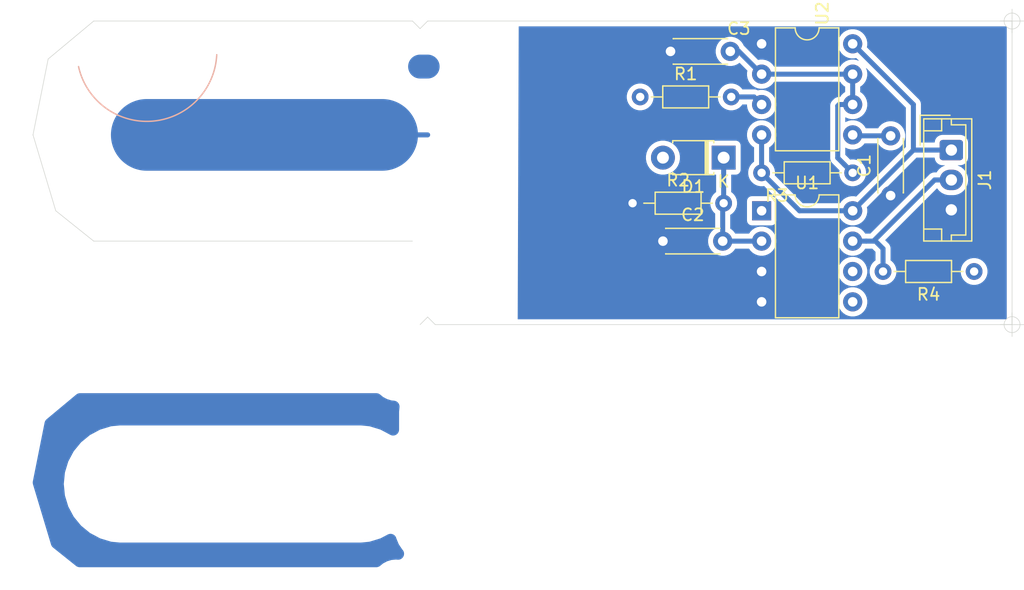
<source format=kicad_pcb>
(kicad_pcb (version 20171130) (host pcbnew "(5.1.5)-3")

  (general
    (thickness 1.6)
    (drawings 16)
    (tracks 33)
    (zones 0)
    (modules 11)
    (nets 9)
  )

  (page A4 portrait)
  (title_block
    (title "Bongo Soil Moisture Sensor")
    (rev 1.0)
    (company "Lapoulton (Pvt) Ltd")
  )

  (layers
    (0 F.Cu signal)
    (31 B.Cu signal)
    (33 F.Adhes user)
    (35 F.Paste user)
    (37 F.SilkS user)
    (38 B.Mask user)
    (39 F.Mask user)
    (40 Dwgs.User user)
    (41 Cmts.User user)
    (42 Eco1.User user)
    (43 Eco2.User user)
    (44 Edge.Cuts user)
    (45 Margin user)
    (46 B.CrtYd user)
    (47 F.CrtYd user)
    (49 F.Fab user)
  )

  (setup
    (last_trace_width 0.42)
    (user_trace_width 4)
    (trace_clearance 0.24)
    (zone_clearance 0.42)
    (zone_45_only no)
    (trace_min 0.2)
    (via_size 0.8)
    (via_drill 0.4)
    (via_min_size 0.4)
    (via_min_drill 0.3)
    (uvia_size 0.3)
    (uvia_drill 0.1)
    (uvias_allowed no)
    (uvia_min_size 0.2)
    (uvia_min_drill 0.1)
    (edge_width 0.05)
    (segment_width 0.2)
    (pcb_text_width 0.3)
    (pcb_text_size 1.5 1.5)
    (mod_edge_width 0.12)
    (mod_text_size 1 1)
    (mod_text_width 0.15)
    (pad_size 1.524 1.524)
    (pad_drill 0.762)
    (pad_to_mask_clearance 0.051)
    (solder_mask_min_width 0.25)
    (aux_axis_origin 30.48 50.8)
    (grid_origin 30.48 50.8)
    (visible_elements 7FFFF7FF)
    (pcbplotparams
      (layerselection 0x00000_fffffffe)
      (usegerberextensions false)
      (usegerberattributes true)
      (usegerberadvancedattributes false)
      (creategerberjobfile false)
      (excludeedgelayer true)
      (linewidth 0.100000)
      (plotframeref false)
      (viasonmask false)
      (mode 1)
      (useauxorigin true)
      (hpglpennumber 1)
      (hpglpenspeed 20)
      (hpglpendiameter 15.000000)
      (psnegative false)
      (psa4output false)
      (plotreference false)
      (plotvalue false)
      (plotinvisibletext false)
      (padsonsilk true)
      (subtractmaskfromsilk false)
      (outputformat 1)
      (mirror false)
      (drillshape 0)
      (scaleselection 1)
      (outputdirectory ""))
  )

  (net 0 "")
  (net 1 +3V3)
  (net 2 GND)
  (net 3 /1-Wire)
  (net 4 "Net-(R1-Pad2)")
  (net 5 /AOUT)
  (net 6 "Net-(C1-Pad2)")
  (net 7 "Net-(C3-Pad2)")
  (net 8 /COUT)

  (net_class Default "This is the default net class."
    (clearance 0.24)
    (trace_width 0.42)
    (via_dia 0.8)
    (via_drill 0.4)
    (uvia_dia 0.3)
    (uvia_drill 0.1)
    (add_net +3V3)
    (add_net /1-Wire)
    (add_net /AOUT)
    (add_net /COUT)
    (add_net "Net-(C1-Pad2)")
    (add_net "Net-(C3-Pad2)")
    (add_net "Net-(R1-Pad2)")
    (add_net "Net-(U1-Pad1)")
    (add_net "Net-(U1-Pad5)")
    (add_net "Net-(U1-Pad6)")
  )

  (net_class Ground ""
    (clearance 0.24)
    (trace_width 0.42)
    (via_dia 0.8)
    (via_drill 0.4)
    (uvia_dia 0.3)
    (uvia_drill 0.1)
    (add_net GND)
  )

  (module Resistor_THT:R_Axial_DIN0204_L3.6mm_D1.6mm_P7.62mm_Horizontal (layer F.Cu) (tedit 5AE5139B) (tstamp 606D509D)
    (at 109.22 53.34 180)
    (descr "Resistor, Axial_DIN0204 series, Axial, Horizontal, pin pitch=7.62mm, 0.167W, length*diameter=3.6*1.6mm^2, http://cdn-reichelt.de/documents/datenblatt/B400/1_4W%23YAG.pdf")
    (tags "Resistor Axial_DIN0204 series Axial Horizontal pin pitch 7.62mm 0.167W length 3.6mm diameter 1.6mm")
    (path /606C4CC8)
    (fp_text reference R4 (at 3.81 -1.92) (layer F.SilkS)
      (effects (font (size 1 1) (thickness 0.15)))
    )
    (fp_text value 4.7k (at 3.81 1.92) (layer F.Fab)
      (effects (font (size 1 1) (thickness 0.15)))
    )
    (fp_text user %R (at 3.81 0) (layer F.Fab)
      (effects (font (size 0.72 0.72) (thickness 0.108)))
    )
    (fp_line (start 8.57 -1.05) (end -0.95 -1.05) (layer F.CrtYd) (width 0.05))
    (fp_line (start 8.57 1.05) (end 8.57 -1.05) (layer F.CrtYd) (width 0.05))
    (fp_line (start -0.95 1.05) (end 8.57 1.05) (layer F.CrtYd) (width 0.05))
    (fp_line (start -0.95 -1.05) (end -0.95 1.05) (layer F.CrtYd) (width 0.05))
    (fp_line (start 6.68 0) (end 5.73 0) (layer F.SilkS) (width 0.12))
    (fp_line (start 0.94 0) (end 1.89 0) (layer F.SilkS) (width 0.12))
    (fp_line (start 5.73 -0.92) (end 1.89 -0.92) (layer F.SilkS) (width 0.12))
    (fp_line (start 5.73 0.92) (end 5.73 -0.92) (layer F.SilkS) (width 0.12))
    (fp_line (start 1.89 0.92) (end 5.73 0.92) (layer F.SilkS) (width 0.12))
    (fp_line (start 1.89 -0.92) (end 1.89 0.92) (layer F.SilkS) (width 0.12))
    (fp_line (start 7.62 0) (end 5.61 0) (layer F.Fab) (width 0.1))
    (fp_line (start 0 0) (end 2.01 0) (layer F.Fab) (width 0.1))
    (fp_line (start 5.61 -0.8) (end 2.01 -0.8) (layer F.Fab) (width 0.1))
    (fp_line (start 5.61 0.8) (end 5.61 -0.8) (layer F.Fab) (width 0.1))
    (fp_line (start 2.01 0.8) (end 5.61 0.8) (layer F.Fab) (width 0.1))
    (fp_line (start 2.01 -0.8) (end 2.01 0.8) (layer F.Fab) (width 0.1))
    (pad 2 thru_hole oval (at 7.62 0 180) (size 1.4 1.4) (drill 0.7) (layers *.Cu *.Mask)
      (net 3 /1-Wire))
    (pad 1 thru_hole circle (at 0 0 180) (size 1.4 1.4) (drill 0.7) (layers *.Cu *.Mask)
      (net 1 +3V3))
    (model ${KISYS3DMOD}/Resistor_THT.3dshapes/R_Axial_DIN0204_L3.6mm_D1.6mm_P7.62mm_Horizontal.wrl
      (at (xyz 0 0 0))
      (scale (xyz 1 1 1))
      (rotate (xyz 0 0 0))
    )
  )

  (module Diode_THT:D_T-1_P5.08mm_Horizontal (layer F.Cu) (tedit 5AE50CD5) (tstamp 5FEBAC89)
    (at 88.265 43.815 180)
    (descr "Diode, T-1 series, Axial, Horizontal, pin pitch=5.08mm, , length*diameter=3.2*2.6mm^2, , http://www.diodes.com/_files/packages/T-1.pdf")
    (tags "Diode T-1 series Axial Horizontal pin pitch 5.08mm  length 3.2mm diameter 2.6mm")
    (path /5FED762B)
    (fp_text reference D1 (at 2.54 -2.42) (layer F.SilkS)
      (effects (font (size 1 1) (thickness 0.15)))
    )
    (fp_text value D (at 2.54 2.42) (layer F.Fab)
      (effects (font (size 1 1) (thickness 0.15)))
    )
    (fp_text user K (at 0 -2) (layer F.SilkS)
      (effects (font (size 1 1) (thickness 0.15)))
    )
    (fp_text user K (at 0 -2) (layer F.Fab)
      (effects (font (size 1 1) (thickness 0.15)))
    )
    (fp_text user %R (at 2.78 0) (layer F.Fab)
      (effects (font (size 0.64 0.64) (thickness 0.096)))
    )
    (fp_line (start 6.33 -1.55) (end -1.25 -1.55) (layer F.CrtYd) (width 0.05))
    (fp_line (start 6.33 1.55) (end 6.33 -1.55) (layer F.CrtYd) (width 0.05))
    (fp_line (start -1.25 1.55) (end 6.33 1.55) (layer F.CrtYd) (width 0.05))
    (fp_line (start -1.25 -1.55) (end -1.25 1.55) (layer F.CrtYd) (width 0.05))
    (fp_line (start 1.3 -1.42) (end 1.3 1.42) (layer F.SilkS) (width 0.12))
    (fp_line (start 1.54 -1.42) (end 1.54 1.42) (layer F.SilkS) (width 0.12))
    (fp_line (start 1.42 -1.42) (end 1.42 1.42) (layer F.SilkS) (width 0.12))
    (fp_line (start 4.26 1.42) (end 4.26 1.24) (layer F.SilkS) (width 0.12))
    (fp_line (start 0.82 1.42) (end 4.26 1.42) (layer F.SilkS) (width 0.12))
    (fp_line (start 0.82 1.24) (end 0.82 1.42) (layer F.SilkS) (width 0.12))
    (fp_line (start 4.26 -1.42) (end 4.26 -1.24) (layer F.SilkS) (width 0.12))
    (fp_line (start 0.82 -1.42) (end 4.26 -1.42) (layer F.SilkS) (width 0.12))
    (fp_line (start 0.82 -1.24) (end 0.82 -1.42) (layer F.SilkS) (width 0.12))
    (fp_line (start 1.32 -1.3) (end 1.32 1.3) (layer F.Fab) (width 0.1))
    (fp_line (start 1.52 -1.3) (end 1.52 1.3) (layer F.Fab) (width 0.1))
    (fp_line (start 1.42 -1.3) (end 1.42 1.3) (layer F.Fab) (width 0.1))
    (fp_line (start 5.08 0) (end 4.14 0) (layer F.Fab) (width 0.1))
    (fp_line (start 0 0) (end 0.94 0) (layer F.Fab) (width 0.1))
    (fp_line (start 4.14 -1.3) (end 0.94 -1.3) (layer F.Fab) (width 0.1))
    (fp_line (start 4.14 1.3) (end 4.14 -1.3) (layer F.Fab) (width 0.1))
    (fp_line (start 0.94 1.3) (end 4.14 1.3) (layer F.Fab) (width 0.1))
    (fp_line (start 0.94 -1.3) (end 0.94 1.3) (layer F.Fab) (width 0.1))
    (pad 2 thru_hole oval (at 5.08 0 180) (size 2 2) (drill 1) (layers *.Cu *.Mask)
      (net 8 /COUT))
    (pad 1 thru_hole rect (at 0 0 180) (size 2 2) (drill 1) (layers *.Cu *.Mask)
      (net 5 /AOUT))
    (model ${KISYS3DMOD}/Diode_THT.3dshapes/D_T-1_P5.08mm_Horizontal.wrl
      (at (xyz 0 0 0))
      (scale (xyz 1 1 1))
      (rotate (xyz 0 0 0))
    )
  )

  (module Capacitor_THT:C_Disc_D4.3mm_W1.9mm_P5.00mm (layer F.Cu) (tedit 5AE50EF0) (tstamp 606CC555)
    (at 83.82 34.925)
    (descr "C, Disc series, Radial, pin pitch=5.00mm, , diameter*width=4.3*1.9mm^2, Capacitor, http://www.vishay.com/docs/45233/krseries.pdf")
    (tags "C Disc series Radial pin pitch 5.00mm  diameter 4.3mm width 1.9mm Capacitor")
    (path /60547F0B)
    (fp_text reference C3 (at 5.715 -1.905) (layer F.SilkS)
      (effects (font (size 1 1) (thickness 0.15)))
    )
    (fp_text value 330p (at 2.54 -1.905) (layer F.Fab)
      (effects (font (size 1 1) (thickness 0.15)))
    )
    (fp_line (start 0.35 -0.95) (end 0.35 0.95) (layer F.Fab) (width 0.1))
    (fp_line (start 0.35 0.95) (end 4.65 0.95) (layer F.Fab) (width 0.1))
    (fp_line (start 4.65 0.95) (end 4.65 -0.95) (layer F.Fab) (width 0.1))
    (fp_line (start 4.65 -0.95) (end 0.35 -0.95) (layer F.Fab) (width 0.1))
    (fp_line (start 0.23 -1.07) (end 4.77 -1.07) (layer F.SilkS) (width 0.12))
    (fp_line (start 0.23 1.07) (end 4.77 1.07) (layer F.SilkS) (width 0.12))
    (fp_line (start 0.23 -1.07) (end 0.23 -1.055) (layer F.SilkS) (width 0.12))
    (fp_line (start 0.23 1.055) (end 0.23 1.07) (layer F.SilkS) (width 0.12))
    (fp_line (start 4.77 -1.07) (end 4.77 -1.055) (layer F.SilkS) (width 0.12))
    (fp_line (start 4.77 1.055) (end 4.77 1.07) (layer F.SilkS) (width 0.12))
    (fp_line (start -1.05 -1.2) (end -1.05 1.2) (layer F.CrtYd) (width 0.05))
    (fp_line (start -1.05 1.2) (end 6.05 1.2) (layer F.CrtYd) (width 0.05))
    (fp_line (start 6.05 1.2) (end 6.05 -1.2) (layer F.CrtYd) (width 0.05))
    (fp_line (start 6.05 -1.2) (end -1.05 -1.2) (layer F.CrtYd) (width 0.05))
    (fp_text user %R (at 2.54 0) (layer F.Fab)
      (effects (font (size 0.86 0.86) (thickness 0.129)))
    )
    (pad 2 thru_hole circle (at 5 0) (size 1.6 1.6) (drill 0.8) (layers *.Cu *.Mask)
      (net 7 "Net-(C3-Pad2)"))
    (pad 1 thru_hole circle (at 0 0) (size 1.6 1.6) (drill 0.8) (layers *.Cu *.Mask)
      (net 2 GND))
    (model ${KISYS3DMOD}/Capacitor_THT.3dshapes/C_Disc_D4.3mm_W1.9mm_P5.00mm.wrl
      (at (xyz 0 0 0))
      (scale (xyz 1 1 1))
      (rotate (xyz 0 0 0))
    )
  )

  (module Package_DIP:DIP-8_W7.62mm (layer F.Cu) (tedit 5A02E8C5) (tstamp 5FEB9C54)
    (at 91.44 48.26)
    (descr "8-lead though-hole mounted DIP package, row spacing 7.62 mm (300 mils)")
    (tags "THT DIP DIL PDIP 2.54mm 7.62mm 300mil")
    (path /5FEB4BA0)
    (fp_text reference U1 (at 3.81 -2.33) (layer F.SilkS)
      (effects (font (size 1 1) (thickness 0.15)))
    )
    (fp_text value ATtiny85-20PU (at 3.81 5.08 -90) (layer F.Fab)
      (effects (font (size 1 1) (thickness 0.15)))
    )
    (fp_line (start 8.7 -1.55) (end -1.1 -1.55) (layer F.CrtYd) (width 0.05))
    (fp_line (start 8.7 9.15) (end 8.7 -1.55) (layer F.CrtYd) (width 0.05))
    (fp_line (start -1.1 9.15) (end 8.7 9.15) (layer F.CrtYd) (width 0.05))
    (fp_line (start -1.1 -1.55) (end -1.1 9.15) (layer F.CrtYd) (width 0.05))
    (fp_line (start 6.46 -1.33) (end 4.81 -1.33) (layer F.SilkS) (width 0.12))
    (fp_line (start 6.46 8.95) (end 6.46 -1.33) (layer F.SilkS) (width 0.12))
    (fp_line (start 1.16 8.95) (end 6.46 8.95) (layer F.SilkS) (width 0.12))
    (fp_line (start 1.16 -1.33) (end 1.16 8.95) (layer F.SilkS) (width 0.12))
    (fp_line (start 2.81 -1.33) (end 1.16 -1.33) (layer F.SilkS) (width 0.12))
    (fp_line (start 0.635 -0.27) (end 1.635 -1.27) (layer F.Fab) (width 0.1))
    (fp_line (start 0.635 8.89) (end 0.635 -0.27) (layer F.Fab) (width 0.1))
    (fp_line (start 6.985 8.89) (end 0.635 8.89) (layer F.Fab) (width 0.1))
    (fp_line (start 6.985 -1.27) (end 6.985 8.89) (layer F.Fab) (width 0.1))
    (fp_line (start 1.635 -1.27) (end 6.985 -1.27) (layer F.Fab) (width 0.1))
    (fp_arc (start 3.81 -1.33) (end 2.81 -1.33) (angle -180) (layer F.SilkS) (width 0.12))
    (pad 8 thru_hole oval (at 7.62 0) (size 1.6 1.6) (drill 0.8) (layers *.Cu *.Mask)
      (net 1 +3V3))
    (pad 4 thru_hole oval (at 0 7.62) (size 1.6 1.6) (drill 0.8) (layers *.Cu *.Mask)
      (net 2 GND))
    (pad 7 thru_hole oval (at 7.62 2.54) (size 1.6 1.6) (drill 0.8) (layers *.Cu *.Mask)
      (net 3 /1-Wire))
    (pad 3 thru_hole oval (at 0 5.08) (size 1.6 1.6) (drill 0.8) (layers *.Cu *.Mask)
      (net 2 GND))
    (pad 6 thru_hole oval (at 7.62 5.08) (size 1.6 1.6) (drill 0.8) (layers *.Cu *.Mask))
    (pad 2 thru_hole oval (at 0 2.54) (size 1.6 1.6) (drill 0.8) (layers *.Cu *.Mask)
      (net 5 /AOUT))
    (pad 5 thru_hole oval (at 7.62 7.62) (size 1.6 1.6) (drill 0.8) (layers *.Cu *.Mask))
    (pad 1 thru_hole rect (at 0 0) (size 1.6 1.6) (drill 0.8) (layers *.Cu *.Mask))
    (model ${KISYS3DMOD}/Package_DIP.3dshapes/DIP-8_W7.62mm.wrl
      (at (xyz 0 0 0))
      (scale (xyz 1 1 1))
      (rotate (xyz 0 0 0))
    )
  )

  (module Package_DIP:DIP-8_W7.62mm (layer F.Cu) (tedit 5A02E8C5) (tstamp 5FEB9FD8)
    (at 91.44 34.29)
    (descr "8-lead though-hole mounted DIP package, row spacing 7.62 mm (300 mils)")
    (tags "THT DIP DIL PDIP 2.54mm 7.62mm 300mil")
    (path /5FEB705B)
    (fp_text reference U2 (at 5.08 -2.54 -90) (layer F.SilkS)
      (effects (font (size 1 1) (thickness 0.15)))
    )
    (fp_text value TLC555CP (at 4.445 4.445 -90) (layer F.Fab)
      (effects (font (size 1 1) (thickness 0.15)))
    )
    (fp_line (start 8.7 -1.55) (end -1.1 -1.55) (layer F.CrtYd) (width 0.05))
    (fp_line (start 8.7 9.15) (end 8.7 -1.55) (layer F.CrtYd) (width 0.05))
    (fp_line (start -1.1 9.15) (end 8.7 9.15) (layer F.CrtYd) (width 0.05))
    (fp_line (start -1.1 -1.55) (end -1.1 9.15) (layer F.CrtYd) (width 0.05))
    (fp_line (start 6.46 -1.33) (end 4.81 -1.33) (layer F.SilkS) (width 0.12))
    (fp_line (start 6.46 8.95) (end 6.46 -1.33) (layer F.SilkS) (width 0.12))
    (fp_line (start 1.16 8.95) (end 6.46 8.95) (layer F.SilkS) (width 0.12))
    (fp_line (start 1.16 -1.33) (end 1.16 8.95) (layer F.SilkS) (width 0.12))
    (fp_line (start 2.81 -1.33) (end 1.16 -1.33) (layer F.SilkS) (width 0.12))
    (fp_line (start 0.635 -0.27) (end 1.635 -1.27) (layer F.Fab) (width 0.1))
    (fp_line (start 0.635 8.89) (end 0.635 -0.27) (layer F.Fab) (width 0.1))
    (fp_line (start 6.985 8.89) (end 0.635 8.89) (layer F.Fab) (width 0.1))
    (fp_line (start 6.985 -1.27) (end 6.985 8.89) (layer F.Fab) (width 0.1))
    (fp_line (start 1.635 -1.27) (end 6.985 -1.27) (layer F.Fab) (width 0.1))
    (fp_arc (start 3.81 -1.33) (end 2.81 -1.33) (angle -180) (layer F.SilkS) (width 0.12))
    (pad 8 thru_hole oval (at 7.62 0) (size 1.6 1.6) (drill 0.8) (layers *.Cu *.Mask)
      (net 1 +3V3))
    (pad 4 thru_hole oval (at 0 7.62) (size 1.6 1.6) (drill 0.8) (layers *.Cu *.Mask)
      (net 1 +3V3))
    (pad 7 thru_hole oval (at 7.62 2.54) (size 1.6 1.6) (drill 0.8) (layers *.Cu *.Mask)
      (net 7 "Net-(C3-Pad2)"))
    (pad 3 thru_hole oval (at 0 5.08) (size 1.6 1.6) (drill 0.8) (layers *.Cu *.Mask)
      (net 4 "Net-(R1-Pad2)"))
    (pad 6 thru_hole oval (at 7.62 5.08) (size 1.6 1.6) (drill 0.8) (layers *.Cu *.Mask)
      (net 7 "Net-(C3-Pad2)"))
    (pad 2 thru_hole oval (at 0 2.54) (size 1.6 1.6) (drill 0.8) (layers *.Cu *.Mask)
      (net 7 "Net-(C3-Pad2)"))
    (pad 5 thru_hole oval (at 7.62 7.62) (size 1.6 1.6) (drill 0.8) (layers *.Cu *.Mask)
      (net 6 "Net-(C1-Pad2)"))
    (pad 1 thru_hole rect (at 0 0) (size 1.6 1.6) (drill 0.8) (layers *.Cu *.Mask)
      (net 2 GND))
    (model ${KISYS3DMOD}/Package_DIP.3dshapes/DIP-8_W7.62mm.wrl
      (at (xyz 0 0 0))
      (scale (xyz 1 1 1))
      (rotate (xyz 0 0 0))
    )
  )

  (module Resistor_THT:R_Axial_DIN0204_L3.6mm_D1.6mm_P7.62mm_Horizontal (layer F.Cu) (tedit 5AE5139B) (tstamp 603266B7)
    (at 81.28 38.735)
    (descr "Resistor, Axial_DIN0204 series, Axial, Horizontal, pin pitch=7.62mm, 0.167W, length*diameter=3.6*1.6mm^2, http://cdn-reichelt.de/documents/datenblatt/B400/1_4W%23YAG.pdf")
    (tags "Resistor Axial_DIN0204 series Axial Horizontal pin pitch 7.62mm 0.167W length 3.6mm diameter 1.6mm")
    (path /5FED2E2E)
    (fp_text reference R1 (at 3.81 -1.92) (layer F.SilkS)
      (effects (font (size 1 1) (thickness 0.15)))
    )
    (fp_text value 10k (at 1.27 -1.905) (layer F.Fab)
      (effects (font (size 1 1) (thickness 0.15)))
    )
    (fp_line (start 2.01 -0.8) (end 2.01 0.8) (layer F.Fab) (width 0.1))
    (fp_line (start 2.01 0.8) (end 5.61 0.8) (layer F.Fab) (width 0.1))
    (fp_line (start 5.61 0.8) (end 5.61 -0.8) (layer F.Fab) (width 0.1))
    (fp_line (start 5.61 -0.8) (end 2.01 -0.8) (layer F.Fab) (width 0.1))
    (fp_line (start 0 0) (end 2.01 0) (layer F.Fab) (width 0.1))
    (fp_line (start 7.62 0) (end 5.61 0) (layer F.Fab) (width 0.1))
    (fp_line (start 1.89 -0.92) (end 1.89 0.92) (layer F.SilkS) (width 0.12))
    (fp_line (start 1.89 0.92) (end 5.73 0.92) (layer F.SilkS) (width 0.12))
    (fp_line (start 5.73 0.92) (end 5.73 -0.92) (layer F.SilkS) (width 0.12))
    (fp_line (start 5.73 -0.92) (end 1.89 -0.92) (layer F.SilkS) (width 0.12))
    (fp_line (start 0.94 0) (end 1.89 0) (layer F.SilkS) (width 0.12))
    (fp_line (start 6.68 0) (end 5.73 0) (layer F.SilkS) (width 0.12))
    (fp_line (start -0.95 -1.05) (end -0.95 1.05) (layer F.CrtYd) (width 0.05))
    (fp_line (start -0.95 1.05) (end 8.57 1.05) (layer F.CrtYd) (width 0.05))
    (fp_line (start 8.57 1.05) (end 8.57 -1.05) (layer F.CrtYd) (width 0.05))
    (fp_line (start 8.57 -1.05) (end -0.95 -1.05) (layer F.CrtYd) (width 0.05))
    (fp_text user %R (at 3.81 0) (layer F.Fab)
      (effects (font (size 0.72 0.72) (thickness 0.108)))
    )
    (pad 1 thru_hole circle (at 0 0) (size 1.4 1.4) (drill 0.7) (layers *.Cu *.Mask)
      (net 8 /COUT))
    (pad 2 thru_hole oval (at 7.62 0) (size 1.4 1.4) (drill 0.7) (layers *.Cu *.Mask)
      (net 4 "Net-(R1-Pad2)"))
    (model ${KISYS3DMOD}/Resistor_THT.3dshapes/R_Axial_DIN0204_L3.6mm_D1.6mm_P7.62mm_Horizontal.wrl
      (at (xyz 0 0 0))
      (scale (xyz 1 1 1))
      (rotate (xyz 0 0 0))
    )
  )

  (module Capacitor_THT:C_Disc_D4.3mm_W1.9mm_P5.00mm (layer F.Cu) (tedit 5AE50EF0) (tstamp 6047C404)
    (at 102.235 46.99 90)
    (descr "C, Disc series, Radial, pin pitch=5.00mm, , diameter*width=4.3*1.9mm^2, Capacitor, http://www.vishay.com/docs/45233/krseries.pdf")
    (tags "C Disc series Radial pin pitch 5.00mm  diameter 4.3mm width 1.9mm Capacitor")
    (path /60488260)
    (fp_text reference C1 (at 2.5 -2.2 90) (layer F.SilkS)
      (effects (font (size 1 1) (thickness 0.15)))
    )
    (fp_text value 10p (at 3.175 0 90) (layer F.Fab)
      (effects (font (size 1 1) (thickness 0.15)))
    )
    (fp_line (start 0.35 -0.95) (end 0.35 0.95) (layer F.Fab) (width 0.1))
    (fp_line (start 0.35 0.95) (end 4.65 0.95) (layer F.Fab) (width 0.1))
    (fp_line (start 4.65 0.95) (end 4.65 -0.95) (layer F.Fab) (width 0.1))
    (fp_line (start 4.65 -0.95) (end 0.35 -0.95) (layer F.Fab) (width 0.1))
    (fp_line (start 0.23 -1.07) (end 4.77 -1.07) (layer F.SilkS) (width 0.12))
    (fp_line (start 0.23 1.07) (end 4.77 1.07) (layer F.SilkS) (width 0.12))
    (fp_line (start 0.23 -1.07) (end 0.23 -1.055) (layer F.SilkS) (width 0.12))
    (fp_line (start 0.23 1.055) (end 0.23 1.07) (layer F.SilkS) (width 0.12))
    (fp_line (start 4.77 -1.07) (end 4.77 -1.055) (layer F.SilkS) (width 0.12))
    (fp_line (start 4.77 1.055) (end 4.77 1.07) (layer F.SilkS) (width 0.12))
    (fp_line (start -1.05 -1.2) (end -1.05 1.2) (layer F.CrtYd) (width 0.05))
    (fp_line (start -1.05 1.2) (end 6.05 1.2) (layer F.CrtYd) (width 0.05))
    (fp_line (start 6.05 1.2) (end 6.05 -1.2) (layer F.CrtYd) (width 0.05))
    (fp_line (start 6.05 -1.2) (end -1.05 -1.2) (layer F.CrtYd) (width 0.05))
    (pad 2 thru_hole circle (at 5 0 90) (size 1.6 1.6) (drill 0.8) (layers *.Cu *.Mask)
      (net 6 "Net-(C1-Pad2)"))
    (pad 1 thru_hole circle (at 0 0 90) (size 1.6 1.6) (drill 0.8) (layers *.Cu *.Mask)
      (net 2 GND))
    (model ${KISYS3DMOD}/Capacitor_THT.3dshapes/C_Disc_D4.3mm_W1.9mm_P5.00mm.wrl
      (at (xyz 0 0 0))
      (scale (xyz 1 1 1))
      (rotate (xyz 0 0 0))
    )
  )

  (module Resistor_THT:R_Axial_DIN0204_L3.6mm_D1.6mm_P7.62mm_Horizontal (layer F.Cu) (tedit 5AE5139B) (tstamp 603267B6)
    (at 91.44 45.085)
    (descr "Resistor, Axial_DIN0204 series, Axial, Horizontal, pin pitch=7.62mm, 0.167W, length*diameter=3.6*1.6mm^2, http://cdn-reichelt.de/documents/datenblatt/B400/1_4W%23YAG.pdf")
    (tags "Resistor Axial_DIN0204 series Axial Horizontal pin pitch 7.62mm 0.167W length 3.6mm diameter 1.6mm")
    (path /5FED0FAB)
    (fp_text reference R3 (at 1.27 1.905) (layer F.SilkS)
      (effects (font (size 1 1) (thickness 0.15)))
    )
    (fp_text value 330 (at 3.81 1.92) (layer F.Fab)
      (effects (font (size 1 1) (thickness 0.15)))
    )
    (fp_line (start 8.57 -1.05) (end -0.95 -1.05) (layer F.CrtYd) (width 0.05))
    (fp_line (start 8.57 1.05) (end 8.57 -1.05) (layer F.CrtYd) (width 0.05))
    (fp_line (start -0.95 1.05) (end 8.57 1.05) (layer F.CrtYd) (width 0.05))
    (fp_line (start -0.95 -1.05) (end -0.95 1.05) (layer F.CrtYd) (width 0.05))
    (fp_line (start 6.68 0) (end 5.73 0) (layer F.SilkS) (width 0.12))
    (fp_line (start 0.94 0) (end 1.89 0) (layer F.SilkS) (width 0.12))
    (fp_line (start 5.73 -0.92) (end 1.89 -0.92) (layer F.SilkS) (width 0.12))
    (fp_line (start 5.73 0.92) (end 5.73 -0.92) (layer F.SilkS) (width 0.12))
    (fp_line (start 1.89 0.92) (end 5.73 0.92) (layer F.SilkS) (width 0.12))
    (fp_line (start 1.89 -0.92) (end 1.89 0.92) (layer F.SilkS) (width 0.12))
    (fp_line (start 7.62 0) (end 5.61 0) (layer F.Fab) (width 0.1))
    (fp_line (start 0 0) (end 2.01 0) (layer F.Fab) (width 0.1))
    (fp_line (start 5.61 -0.8) (end 2.01 -0.8) (layer F.Fab) (width 0.1))
    (fp_line (start 5.61 0.8) (end 5.61 -0.8) (layer F.Fab) (width 0.1))
    (fp_line (start 2.01 0.8) (end 5.61 0.8) (layer F.Fab) (width 0.1))
    (fp_line (start 2.01 -0.8) (end 2.01 0.8) (layer F.Fab) (width 0.1))
    (fp_text user %R (at 3.81 0) (layer F.Fab)
      (effects (font (size 0.72 0.72) (thickness 0.108)))
    )
    (pad 2 thru_hole oval (at 7.62 0) (size 1.4 1.4) (drill 0.7) (layers *.Cu *.Mask)
      (net 7 "Net-(C3-Pad2)"))
    (pad 1 thru_hole circle (at 0 0) (size 1.4 1.4) (drill 0.7) (layers *.Cu *.Mask)
      (net 1 +3V3))
    (model ${KISYS3DMOD}/Resistor_THT.3dshapes/R_Axial_DIN0204_L3.6mm_D1.6mm_P7.62mm_Horizontal.wrl
      (at (xyz 0 0 0))
      (scale (xyz 1 1 1))
      (rotate (xyz 0 0 0))
    )
  )

  (module Resistor_THT:R_Axial_DIN0204_L3.6mm_D1.6mm_P7.62mm_Horizontal (layer F.Cu) (tedit 5AE5139B) (tstamp 60054A1E)
    (at 80.645 47.625)
    (descr "Resistor, Axial_DIN0204 series, Axial, Horizontal, pin pitch=7.62mm, 0.167W, length*diameter=3.6*1.6mm^2, http://cdn-reichelt.de/documents/datenblatt/B400/1_4W%23YAG.pdf")
    (tags "Resistor Axial_DIN0204 series Axial Horizontal pin pitch 7.62mm 0.167W length 3.6mm diameter 1.6mm")
    (path /5FEDEBD3)
    (fp_text reference R2 (at 3.81 -1.92) (layer F.SilkS)
      (effects (font (size 1 1) (thickness 0.15)))
    )
    (fp_text value 1m (at 3.81 1.92) (layer F.Fab)
      (effects (font (size 1 1) (thickness 0.15)))
    )
    (fp_line (start 8.57 -1.05) (end -0.95 -1.05) (layer F.CrtYd) (width 0.05))
    (fp_line (start 8.57 1.05) (end 8.57 -1.05) (layer F.CrtYd) (width 0.05))
    (fp_line (start -0.95 1.05) (end 8.57 1.05) (layer F.CrtYd) (width 0.05))
    (fp_line (start -0.95 -1.05) (end -0.95 1.05) (layer F.CrtYd) (width 0.05))
    (fp_line (start 6.68 0) (end 5.73 0) (layer F.SilkS) (width 0.12))
    (fp_line (start 0.94 0) (end 1.89 0) (layer F.SilkS) (width 0.12))
    (fp_line (start 5.73 -0.92) (end 1.89 -0.92) (layer F.SilkS) (width 0.12))
    (fp_line (start 5.73 0.92) (end 5.73 -0.92) (layer F.SilkS) (width 0.12))
    (fp_line (start 1.89 0.92) (end 5.73 0.92) (layer F.SilkS) (width 0.12))
    (fp_line (start 1.89 -0.92) (end 1.89 0.92) (layer F.SilkS) (width 0.12))
    (fp_line (start 7.62 0) (end 5.61 0) (layer F.Fab) (width 0.1))
    (fp_line (start 0 0) (end 2.01 0) (layer F.Fab) (width 0.1))
    (fp_line (start 5.61 -0.8) (end 2.01 -0.8) (layer F.Fab) (width 0.1))
    (fp_line (start 5.61 0.8) (end 5.61 -0.8) (layer F.Fab) (width 0.1))
    (fp_line (start 2.01 0.8) (end 5.61 0.8) (layer F.Fab) (width 0.1))
    (fp_line (start 2.01 -0.8) (end 2.01 0.8) (layer F.Fab) (width 0.1))
    (fp_text user %R (at 3.175 0) (layer F.Fab)
      (effects (font (size 0.72 0.72) (thickness 0.108)))
    )
    (pad 2 thru_hole oval (at 7.62 0) (size 1.4 1.4) (drill 0.7) (layers *.Cu *.Mask)
      (net 5 /AOUT))
    (pad 1 thru_hole circle (at 0 0) (size 1.4 1.4) (drill 0.7) (layers *.Cu *.Mask)
      (net 2 GND))
    (model ${KISYS3DMOD}/Resistor_THT.3dshapes/R_Axial_DIN0204_L3.6mm_D1.6mm_P7.62mm_Horizontal.wrl
      (at (xyz 0 0 0))
      (scale (xyz 1 1 1))
      (rotate (xyz 0 0 0))
    )
  )

  (module Capacitor_THT:C_Disc_D4.3mm_W1.9mm_P5.00mm (layer F.Cu) (tedit 5AE50EF0) (tstamp 606CC872)
    (at 83.185 50.8)
    (descr "C, Disc series, Radial, pin pitch=5.00mm, , diameter*width=4.3*1.9mm^2, Capacitor, http://www.vishay.com/docs/45233/krseries.pdf")
    (tags "C Disc series Radial pin pitch 5.00mm  diameter 4.3mm width 1.9mm Capacitor")
    (path /5FEE0E3A)
    (fp_text reference C2 (at 2.5 -2.2) (layer F.SilkS)
      (effects (font (size 1 1) (thickness 0.15)))
    )
    (fp_text value 1n (at 2.5 2.2) (layer F.Fab)
      (effects (font (size 1 1) (thickness 0.15)))
    )
    (fp_line (start 6.05 -1.2) (end -1.05 -1.2) (layer F.CrtYd) (width 0.05))
    (fp_line (start 6.05 1.2) (end 6.05 -1.2) (layer F.CrtYd) (width 0.05))
    (fp_line (start -1.05 1.2) (end 6.05 1.2) (layer F.CrtYd) (width 0.05))
    (fp_line (start -1.05 -1.2) (end -1.05 1.2) (layer F.CrtYd) (width 0.05))
    (fp_line (start 4.77 1.055) (end 4.77 1.07) (layer F.SilkS) (width 0.12))
    (fp_line (start 4.77 -1.07) (end 4.77 -1.055) (layer F.SilkS) (width 0.12))
    (fp_line (start 0.23 1.055) (end 0.23 1.07) (layer F.SilkS) (width 0.12))
    (fp_line (start 0.23 -1.07) (end 0.23 -1.055) (layer F.SilkS) (width 0.12))
    (fp_line (start 0.23 1.07) (end 4.77 1.07) (layer F.SilkS) (width 0.12))
    (fp_line (start 0.23 -1.07) (end 4.77 -1.07) (layer F.SilkS) (width 0.12))
    (fp_line (start 4.65 -0.95) (end 0.35 -0.95) (layer F.Fab) (width 0.1))
    (fp_line (start 4.65 0.95) (end 4.65 -0.95) (layer F.Fab) (width 0.1))
    (fp_line (start 0.35 0.95) (end 4.65 0.95) (layer F.Fab) (width 0.1))
    (fp_line (start 0.35 -0.95) (end 0.35 0.95) (layer F.Fab) (width 0.1))
    (pad 2 thru_hole circle (at 5 0) (size 1.6 1.6) (drill 0.8) (layers *.Cu *.Mask)
      (net 5 /AOUT))
    (pad 1 thru_hole circle (at 0 0) (size 1.6 1.6) (drill 0.8) (layers *.Cu *.Mask)
      (net 2 GND))
    (model ${KISYS3DMOD}/Capacitor_THT.3dshapes/C_Disc_D4.3mm_W1.9mm_P5.00mm.wrl
      (at (xyz 0 0 0))
      (scale (xyz 1 1 1))
      (rotate (xyz 0 0 0))
    )
  )

  (module Connector_JST:JST_EH_B3B-EH-A_1x03_P2.50mm_Vertical (layer F.Cu) (tedit 5C28142C) (tstamp 5FEBA14A)
    (at 107.315 43.18 270)
    (descr "JST EH series connector, B3B-EH-A (http://www.jst-mfg.com/product/pdf/eng/eEH.pdf), generated with kicad-footprint-generator")
    (tags "connector JST EH vertical")
    (path /5FEBB2A4)
    (fp_text reference J1 (at 2.5 -2.8 90) (layer F.SilkS)
      (effects (font (size 1 1) (thickness 0.15)))
    )
    (fp_text value Screw_Terminal_01x03 (at 1.905 3.81 90) (layer F.Fab) hide
      (effects (font (size 1 1) (thickness 0.15)))
    )
    (fp_line (start -2.91 2.61) (end -0.41 2.61) (layer F.Fab) (width 0.1))
    (fp_line (start -2.91 0.11) (end -2.91 2.61) (layer F.Fab) (width 0.1))
    (fp_line (start -2.91 2.61) (end -0.41 2.61) (layer F.SilkS) (width 0.12))
    (fp_line (start -2.91 0.11) (end -2.91 2.61) (layer F.SilkS) (width 0.12))
    (fp_line (start 6.61 0.81) (end 6.61 2.31) (layer F.SilkS) (width 0.12))
    (fp_line (start 7.61 0.81) (end 6.61 0.81) (layer F.SilkS) (width 0.12))
    (fp_line (start -1.61 0.81) (end -1.61 2.31) (layer F.SilkS) (width 0.12))
    (fp_line (start -2.61 0.81) (end -1.61 0.81) (layer F.SilkS) (width 0.12))
    (fp_line (start 7.11 0) (end 7.61 0) (layer F.SilkS) (width 0.12))
    (fp_line (start 7.11 -1.21) (end 7.11 0) (layer F.SilkS) (width 0.12))
    (fp_line (start -2.11 -1.21) (end 7.11 -1.21) (layer F.SilkS) (width 0.12))
    (fp_line (start -2.11 0) (end -2.11 -1.21) (layer F.SilkS) (width 0.12))
    (fp_line (start -2.61 0) (end -2.11 0) (layer F.SilkS) (width 0.12))
    (fp_line (start 7.61 -1.71) (end -2.61 -1.71) (layer F.SilkS) (width 0.12))
    (fp_line (start 7.61 2.31) (end 7.61 -1.71) (layer F.SilkS) (width 0.12))
    (fp_line (start -2.61 2.31) (end 7.61 2.31) (layer F.SilkS) (width 0.12))
    (fp_line (start -2.61 -1.71) (end -2.61 2.31) (layer F.SilkS) (width 0.12))
    (fp_line (start 8 -2.1) (end -3 -2.1) (layer F.CrtYd) (width 0.05))
    (fp_line (start 8 2.7) (end 8 -2.1) (layer F.CrtYd) (width 0.05))
    (fp_line (start -3 2.7) (end 8 2.7) (layer F.CrtYd) (width 0.05))
    (fp_line (start -3 -2.1) (end -3 2.7) (layer F.CrtYd) (width 0.05))
    (fp_line (start 7.5 -1.6) (end -2.5 -1.6) (layer F.Fab) (width 0.1))
    (fp_line (start 7.5 2.2) (end 7.5 -1.6) (layer F.Fab) (width 0.1))
    (fp_line (start -2.5 2.2) (end 7.5 2.2) (layer F.Fab) (width 0.1))
    (fp_line (start -2.5 -1.6) (end -2.5 2.2) (layer F.Fab) (width 0.1))
    (fp_text user %R (at 2.5 1.5 90) (layer F.Fab)
      (effects (font (size 1 1) (thickness 0.15)))
    )
    (pad 3 thru_hole oval (at 5 0 270) (size 1.7 1.95) (drill 0.95) (layers *.Cu *.Mask)
      (net 2 GND))
    (pad 2 thru_hole oval (at 2.5 0 270) (size 1.7 1.95) (drill 0.95) (layers *.Cu *.Mask)
      (net 3 /1-Wire))
    (pad 1 thru_hole roundrect (at 0 0 270) (size 1.7 1.95) (drill 0.95) (layers *.Cu *.Mask) (roundrect_rratio 0.1470588235294118)
      (net 1 +3V3))
    (model ${KISYS3DMOD}/Connector_JST.3dshapes/JST_EH_B3B-EH-A_1x03_P2.50mm_Vertical.wrl
      (at (xyz 0 0 0))
      (scale (xyz 1 1 1))
      (rotate (xyz 0 0 0))
    )
  )

  (gr_line (start 112.395 57.785) (end 112.395 32.385) (layer Edge.Cuts) (width 0.05) (tstamp 606DD219))
  (gr_line (start 64.135 57.785) (end 112.395 57.785) (layer Edge.Cuts) (width 0.05))
  (gr_line (start 63.5 57.15) (end 64.135 57.785) (layer Edge.Cuts) (width 0.05))
  (gr_line (start 62.865 57.785) (end 63.5 57.15) (layer Edge.Cuts) (width 0.05))
  (gr_line (start 35.56 50.8) (end 62.23 50.8) (layer Edge.Cuts) (width 0.05))
  (gr_line (start 32.385 48.26) (end 35.56 50.8) (layer Edge.Cuts) (width 0.05))
  (gr_line (start 30.48 41.91) (end 32.385 48.26) (layer Edge.Cuts) (width 0.05))
  (gr_line (start 31.75 35.56) (end 30.48 41.91) (layer Edge.Cuts) (width 0.05))
  (gr_line (start 35.56 32.385) (end 31.75 35.56) (layer Edge.Cuts) (width 0.05))
  (gr_line (start 62.23 32.385) (end 35.56 32.385) (layer Edge.Cuts) (width 0.05))
  (gr_line (start 62.865 33.02) (end 62.23 32.385) (layer Edge.Cuts) (width 0.05))
  (gr_line (start 63.5 32.385) (end 62.865 33.02) (layer Edge.Cuts) (width 0.05))
  (gr_line (start 112.395 32.385) (end 63.5 32.385) (layer Edge.Cuts) (width 0.05))
  (gr_arc (start 40.005 34.925) (end 34.290001 36.194999) (angle -164.7448813) (layer B.SilkS) (width 0.12))
  (target plus (at 112.395 57.785) (size 2) (width 0.05) (layer Edge.Cuts) (tstamp 606584CD))
  (target plus (at 112.395 32.385) (size 2) (width 0.05) (layer Edge.Cuts) (tstamp 606584CC))

  (segment (start 91.44 45.085) (end 91.44 41.91) (width 0.42) (layer B.Cu) (net 1))
  (segment (start 104.14 43.18) (end 99.06 48.26) (width 0.42) (layer B.Cu) (net 1))
  (segment (start 107.315 43.18) (end 104.14 43.18) (width 0.42) (layer B.Cu) (net 1))
  (segment (start 94.615 48.26) (end 91.44 45.085) (width 0.42) (layer B.Cu) (net 1))
  (segment (start 99.06 48.26) (end 94.615 48.26) (width 0.42) (layer B.Cu) (net 1))
  (segment (start 104.14 39.37) (end 104.14 43.18) (width 0.42) (layer B.Cu) (net 1))
  (segment (start 99.06 34.29) (end 104.14 39.37) (width 0.42) (layer B.Cu) (net 1))
  (segment (start 63.5 36.195) (end 62.865 36.195) (width 2) (layer B.Cu) (net 2))
  (segment (start 100.19137 50.8) (end 99.06 50.8) (width 0.42) (layer B.Cu) (net 3))
  (segment (start 100.8 50.8) (end 100.19137 50.8) (width 0.42) (layer B.Cu) (net 3))
  (segment (start 105.92 45.68) (end 100.8 50.8) (width 0.42) (layer B.Cu) (net 3))
  (segment (start 107.315 45.68) (end 105.92 45.68) (width 0.42) (layer B.Cu) (net 3))
  (segment (start 101.6 53.34) (end 101.6 51.435) (width 0.42) (layer B.Cu) (net 3))
  (segment (start 101.6 51.435) (end 100.965 50.8) (width 0.42) (layer B.Cu) (net 3))
  (segment (start 90.805 38.735) (end 91.44 39.37) (width 0.42) (layer B.Cu) (net 4))
  (segment (start 88.9 38.735) (end 90.805 38.735) (width 0.42) (layer B.Cu) (net 4))
  (segment (start 40 41.91) (end 59.69 41.91) (width 6) (layer B.Cu) (net 5))
  (segment (start 63.5 41.91) (end 59.69 41.91) (width 0.42) (layer B.Cu) (net 5))
  (segment (start 91.44 50.8) (end 88.185 50.8) (width 0.42) (layer B.Cu) (net 5))
  (segment (start 88.185 47.705) (end 88.265 47.625) (width 0.42) (layer B.Cu) (net 5))
  (segment (start 88.185 50.8) (end 88.185 47.705) (width 0.42) (layer B.Cu) (net 5))
  (segment (start 88.265 47.625) (end 88.265 43.815) (width 0.42) (layer B.Cu) (net 5))
  (segment (start 99.14 41.99) (end 99.06 41.91) (width 0.42) (layer B.Cu) (net 6))
  (segment (start 102.235 41.99) (end 99.14 41.99) (width 0.42) (layer B.Cu) (net 6))
  (segment (start 89.535 34.925) (end 91.44 36.83) (width 0.42) (layer B.Cu) (net 7))
  (segment (start 88.82 34.925) (end 89.535 34.925) (width 0.42) (layer B.Cu) (net 7))
  (segment (start 91.44 36.83) (end 99.06 36.83) (width 0.42) (layer B.Cu) (net 7))
  (segment (start 99.06 36.83) (end 99.06 39.37) (width 0.42) (layer B.Cu) (net 7))
  (segment (start 98.360001 44.385001) (end 99.06 45.085) (width 0.42) (layer B.Cu) (net 7))
  (segment (start 97.809999 43.834999) (end 98.360001 44.385001) (width 0.42) (layer B.Cu) (net 7))
  (segment (start 97.92863 39.37) (end 97.809999 39.488631) (width 0.42) (layer B.Cu) (net 7))
  (segment (start 97.809999 39.488631) (end 97.809999 43.834999) (width 0.42) (layer B.Cu) (net 7))
  (segment (start 99.06 39.37) (end 97.92863 39.37) (width 0.42) (layer B.Cu) (net 7))

  (zone (net 2) (net_name GND) (layer B.Cu) (tstamp 606EE02D) (hatch edge 0.508)
    (connect_pads yes (clearance 0.42))
    (min_thickness 0.03)
    (fill yes (arc_segments 32) (thermal_gap 0.1) (thermal_bridge_width 0.3))
    (polygon
      (pts
        (xy 113.03 32.385) (xy 71.12 32.385) (xy 71.030321 58.42) (xy 112.940321 58.42)
      )
    )
    (filled_polygon
      (pts
        (xy 111.935 57.325) (xy 71.049093 57.325) (xy 71.054489 55.758363) (xy 97.825 55.758363) (xy 97.825 56.001637)
        (xy 97.87246 56.240236) (xy 97.965557 56.464992) (xy 98.100713 56.667267) (xy 98.272733 56.839287) (xy 98.475008 56.974443)
        (xy 98.699764 57.06754) (xy 98.938363 57.115) (xy 99.181637 57.115) (xy 99.420236 57.06754) (xy 99.644992 56.974443)
        (xy 99.847267 56.839287) (xy 100.019287 56.667267) (xy 100.154443 56.464992) (xy 100.24754 56.240236) (xy 100.295 56.001637)
        (xy 100.295 55.758363) (xy 100.24754 55.519764) (xy 100.154443 55.295008) (xy 100.019287 55.092733) (xy 99.847267 54.920713)
        (xy 99.644992 54.785557) (xy 99.420236 54.69246) (xy 99.181637 54.645) (xy 98.938363 54.645) (xy 98.699764 54.69246)
        (xy 98.475008 54.785557) (xy 98.272733 54.920713) (xy 98.100713 55.092733) (xy 97.965557 55.295008) (xy 97.87246 55.519764)
        (xy 97.825 55.758363) (xy 71.054489 55.758363) (xy 71.063238 53.218363) (xy 97.825 53.218363) (xy 97.825 53.461637)
        (xy 97.87246 53.700236) (xy 97.965557 53.924992) (xy 98.100713 54.127267) (xy 98.272733 54.299287) (xy 98.475008 54.434443)
        (xy 98.699764 54.52754) (xy 98.938363 54.575) (xy 99.181637 54.575) (xy 99.420236 54.52754) (xy 99.644992 54.434443)
        (xy 99.847267 54.299287) (xy 100.019287 54.127267) (xy 100.154443 53.924992) (xy 100.24754 53.700236) (xy 100.295 53.461637)
        (xy 100.295 53.218363) (xy 100.24754 52.979764) (xy 100.154443 52.755008) (xy 100.019287 52.552733) (xy 99.847267 52.380713)
        (xy 99.644992 52.245557) (xy 99.420236 52.15246) (xy 99.181637 52.105) (xy 98.938363 52.105) (xy 98.699764 52.15246)
        (xy 98.475008 52.245557) (xy 98.272733 52.380713) (xy 98.100713 52.552733) (xy 97.965557 52.755008) (xy 97.87246 52.979764)
        (xy 97.825 53.218363) (xy 71.063238 53.218363) (xy 71.096115 43.673665) (xy 81.75 43.673665) (xy 81.75 43.956335)
        (xy 81.805147 44.233574) (xy 81.91332 44.494727) (xy 82.070363 44.729759) (xy 82.270241 44.929637) (xy 82.505273 45.08668)
        (xy 82.766426 45.194853) (xy 83.043665 45.25) (xy 83.326335 45.25) (xy 83.603574 45.194853) (xy 83.864727 45.08668)
        (xy 84.099759 44.929637) (xy 84.299637 44.729759) (xy 84.45668 44.494727) (xy 84.564853 44.233574) (xy 84.62 43.956335)
        (xy 84.62 43.673665) (xy 84.564853 43.396426) (xy 84.45668 43.135273) (xy 84.299637 42.900241) (xy 84.214396 42.815)
        (xy 86.827896 42.815) (xy 86.827896 44.815) (xy 86.836295 44.900275) (xy 86.861169 44.982272) (xy 86.901561 45.057842)
        (xy 86.955921 45.124079) (xy 87.022158 45.178439) (xy 87.097728 45.218831) (xy 87.179725 45.243705) (xy 87.265 45.252104)
        (xy 87.620001 45.252104) (xy 87.62 46.690922) (xy 87.54148 46.743388) (xy 87.383388 46.90148) (xy 87.259176 47.087376)
        (xy 87.173617 47.293933) (xy 87.13 47.513212) (xy 87.13 47.736788) (xy 87.173617 47.956067) (xy 87.259176 48.162624)
        (xy 87.383388 48.34852) (xy 87.540001 48.505133) (xy 87.54 49.745653) (xy 87.397733 49.840713) (xy 87.225713 50.012733)
        (xy 87.090557 50.215008) (xy 86.99746 50.439764) (xy 86.95 50.678363) (xy 86.95 50.921637) (xy 86.99746 51.160236)
        (xy 87.090557 51.384992) (xy 87.225713 51.587267) (xy 87.397733 51.759287) (xy 87.600008 51.894443) (xy 87.824764 51.98754)
        (xy 88.063363 52.035) (xy 88.306637 52.035) (xy 88.545236 51.98754) (xy 88.769992 51.894443) (xy 88.972267 51.759287)
        (xy 89.144287 51.587267) (xy 89.239347 51.445) (xy 90.385653 51.445) (xy 90.480713 51.587267) (xy 90.652733 51.759287)
        (xy 90.855008 51.894443) (xy 91.079764 51.98754) (xy 91.318363 52.035) (xy 91.561637 52.035) (xy 91.800236 51.98754)
        (xy 92.024992 51.894443) (xy 92.227267 51.759287) (xy 92.399287 51.587267) (xy 92.534443 51.384992) (xy 92.62754 51.160236)
        (xy 92.675 50.921637) (xy 92.675 50.678363) (xy 92.62754 50.439764) (xy 92.534443 50.215008) (xy 92.399287 50.012733)
        (xy 92.227267 49.840713) (xy 92.024992 49.705557) (xy 91.800236 49.61246) (xy 91.561637 49.565) (xy 91.318363 49.565)
        (xy 91.079764 49.61246) (xy 90.855008 49.705557) (xy 90.652733 49.840713) (xy 90.480713 50.012733) (xy 90.385653 50.155)
        (xy 89.239347 50.155) (xy 89.144287 50.012733) (xy 88.972267 49.840713) (xy 88.83 49.745653) (xy 88.83 48.612532)
        (xy 88.98852 48.506612) (xy 89.146612 48.34852) (xy 89.270824 48.162624) (xy 89.356383 47.956067) (xy 89.4 47.736788)
        (xy 89.4 47.513212) (xy 89.389416 47.46) (xy 90.202896 47.46) (xy 90.202896 49.06) (xy 90.211295 49.145275)
        (xy 90.236169 49.227272) (xy 90.276561 49.302842) (xy 90.330921 49.369079) (xy 90.397158 49.423439) (xy 90.472728 49.463831)
        (xy 90.554725 49.488705) (xy 90.64 49.497104) (xy 92.24 49.497104) (xy 92.325275 49.488705) (xy 92.407272 49.463831)
        (xy 92.482842 49.423439) (xy 92.549079 49.369079) (xy 92.603439 49.302842) (xy 92.643831 49.227272) (xy 92.668705 49.145275)
        (xy 92.677104 49.06) (xy 92.677104 47.46) (xy 92.668705 47.374725) (xy 92.643831 47.292728) (xy 92.603439 47.217158)
        (xy 92.549079 47.150921) (xy 92.482842 47.096561) (xy 92.407272 47.056169) (xy 92.325275 47.031295) (xy 92.24 47.022896)
        (xy 90.64 47.022896) (xy 90.554725 47.031295) (xy 90.472728 47.056169) (xy 90.397158 47.096561) (xy 90.330921 47.150921)
        (xy 90.276561 47.217158) (xy 90.236169 47.292728) (xy 90.211295 47.374725) (xy 90.202896 47.46) (xy 89.389416 47.46)
        (xy 89.356383 47.293933) (xy 89.270824 47.087376) (xy 89.146612 46.90148) (xy 88.98852 46.743388) (xy 88.91 46.690923)
        (xy 88.91 45.252104) (xy 89.265 45.252104) (xy 89.350275 45.243705) (xy 89.432272 45.218831) (xy 89.507842 45.178439)
        (xy 89.574079 45.124079) (xy 89.628439 45.057842) (xy 89.668831 44.982272) (xy 89.693705 44.900275) (xy 89.702104 44.815)
        (xy 89.702104 42.815) (xy 89.693705 42.729725) (xy 89.668831 42.647728) (xy 89.628439 42.572158) (xy 89.574079 42.505921)
        (xy 89.507842 42.451561) (xy 89.432272 42.411169) (xy 89.350275 42.386295) (xy 89.265 42.377896) (xy 87.265 42.377896)
        (xy 87.179725 42.386295) (xy 87.097728 42.411169) (xy 87.022158 42.451561) (xy 86.955921 42.505921) (xy 86.901561 42.572158)
        (xy 86.861169 42.647728) (xy 86.836295 42.729725) (xy 86.827896 42.815) (xy 84.214396 42.815) (xy 84.099759 42.700363)
        (xy 83.864727 42.54332) (xy 83.603574 42.435147) (xy 83.326335 42.38) (xy 83.043665 42.38) (xy 82.766426 42.435147)
        (xy 82.505273 42.54332) (xy 82.270241 42.700363) (xy 82.070363 42.900241) (xy 81.91332 43.135273) (xy 81.805147 43.396426)
        (xy 81.75 43.673665) (xy 71.096115 43.673665) (xy 71.113512 38.623212) (xy 80.145 38.623212) (xy 80.145 38.846788)
        (xy 80.188617 39.066067) (xy 80.274176 39.272624) (xy 80.398388 39.45852) (xy 80.55648 39.616612) (xy 80.742376 39.740824)
        (xy 80.948933 39.826383) (xy 81.168212 39.87) (xy 81.391788 39.87) (xy 81.611067 39.826383) (xy 81.817624 39.740824)
        (xy 82.00352 39.616612) (xy 82.161612 39.45852) (xy 82.285824 39.272624) (xy 82.371383 39.066067) (xy 82.415 38.846788)
        (xy 82.415 38.623212) (xy 87.765 38.623212) (xy 87.765 38.846788) (xy 87.808617 39.066067) (xy 87.894176 39.272624)
        (xy 88.018388 39.45852) (xy 88.17648 39.616612) (xy 88.362376 39.740824) (xy 88.568933 39.826383) (xy 88.788212 39.87)
        (xy 89.011788 39.87) (xy 89.231067 39.826383) (xy 89.437624 39.740824) (xy 89.62352 39.616612) (xy 89.781612 39.45852)
        (xy 89.834077 39.38) (xy 90.205 39.38) (xy 90.205 39.491637) (xy 90.25246 39.730236) (xy 90.345557 39.954992)
        (xy 90.480713 40.157267) (xy 90.652733 40.329287) (xy 90.855008 40.464443) (xy 91.079764 40.55754) (xy 91.318363 40.605)
        (xy 91.561637 40.605) (xy 91.800236 40.55754) (xy 92.024992 40.464443) (xy 92.227267 40.329287) (xy 92.399287 40.157267)
        (xy 92.534443 39.954992) (xy 92.62754 39.730236) (xy 92.675 39.491637) (xy 92.675 39.248363) (xy 92.62754 39.009764)
        (xy 92.534443 38.785008) (xy 92.399287 38.582733) (xy 92.227267 38.410713) (xy 92.024992 38.275557) (xy 91.800236 38.18246)
        (xy 91.561637 38.135) (xy 91.318363 38.135) (xy 91.12333 38.173794) (xy 91.053025 38.136215) (xy 90.931442 38.099333)
        (xy 90.836679 38.09) (xy 90.836669 38.09) (xy 90.805 38.086881) (xy 90.773331 38.09) (xy 89.834077 38.09)
        (xy 89.781612 38.01148) (xy 89.62352 37.853388) (xy 89.437624 37.729176) (xy 89.231067 37.643617) (xy 89.011788 37.6)
        (xy 88.788212 37.6) (xy 88.568933 37.643617) (xy 88.362376 37.729176) (xy 88.17648 37.853388) (xy 88.018388 38.01148)
        (xy 87.894176 38.197376) (xy 87.808617 38.403933) (xy 87.765 38.623212) (xy 82.415 38.623212) (xy 82.371383 38.403933)
        (xy 82.285824 38.197376) (xy 82.161612 38.01148) (xy 82.00352 37.853388) (xy 81.817624 37.729176) (xy 81.611067 37.643617)
        (xy 81.391788 37.6) (xy 81.168212 37.6) (xy 80.948933 37.643617) (xy 80.742376 37.729176) (xy 80.55648 37.853388)
        (xy 80.398388 38.01148) (xy 80.274176 38.197376) (xy 80.188617 38.403933) (xy 80.145 38.623212) (xy 71.113512 38.623212)
        (xy 71.12667 34.803363) (xy 87.585 34.803363) (xy 87.585 35.046637) (xy 87.63246 35.285236) (xy 87.725557 35.509992)
        (xy 87.860713 35.712267) (xy 88.032733 35.884287) (xy 88.235008 36.019443) (xy 88.459764 36.11254) (xy 88.698363 36.16)
        (xy 88.941637 36.16) (xy 89.180236 36.11254) (xy 89.404992 36.019443) (xy 89.592192 35.89436) (xy 90.23838 36.540548)
        (xy 90.205 36.708363) (xy 90.205 36.951637) (xy 90.25246 37.190236) (xy 90.345557 37.414992) (xy 90.480713 37.617267)
        (xy 90.652733 37.789287) (xy 90.855008 37.924443) (xy 91.079764 38.01754) (xy 91.318363 38.065) (xy 91.561637 38.065)
        (xy 91.800236 38.01754) (xy 92.024992 37.924443) (xy 92.227267 37.789287) (xy 92.399287 37.617267) (xy 92.494347 37.475)
        (xy 98.005653 37.475) (xy 98.100713 37.617267) (xy 98.272733 37.789287) (xy 98.415 37.884347) (xy 98.415001 38.315653)
        (xy 98.272733 38.410713) (xy 98.100713 38.582733) (xy 98.005653 38.725) (xy 97.960306 38.725) (xy 97.92863 38.72188)
        (xy 97.896954 38.725) (xy 97.896951 38.725) (xy 97.802188 38.734333) (xy 97.680605 38.771215) (xy 97.568554 38.831108)
        (xy 97.47034 38.91171) (xy 97.450144 38.936319) (xy 97.376318 39.010145) (xy 97.351709 39.030341) (xy 97.331515 39.054948)
        (xy 97.271107 39.128555) (xy 97.211215 39.240606) (xy 97.211214 39.240607) (xy 97.174332 39.36219) (xy 97.164999 39.456953)
        (xy 97.164999 39.456962) (xy 97.16188 39.488631) (xy 97.164999 39.5203) (xy 97.165 43.80332) (xy 97.16188 43.834999)
        (xy 97.174333 43.961441) (xy 97.211214 44.083023) (xy 97.271107 44.195075) (xy 97.331515 44.268682) (xy 97.331518 44.268685)
        (xy 97.35171 44.293289) (xy 97.376313 44.31348) (xy 97.926317 44.863485) (xy 97.926322 44.863489) (xy 97.943423 44.880591)
        (xy 97.925 44.973212) (xy 97.925 45.196788) (xy 97.968617 45.416067) (xy 98.054176 45.622624) (xy 98.178388 45.80852)
        (xy 98.33648 45.966612) (xy 98.522376 46.090824) (xy 98.728933 46.176383) (xy 98.948212 46.22) (xy 99.171788 46.22)
        (xy 99.391067 46.176383) (xy 99.597624 46.090824) (xy 99.78352 45.966612) (xy 99.941612 45.80852) (xy 100.065824 45.622624)
        (xy 100.151383 45.416067) (xy 100.195 45.196788) (xy 100.195 44.973212) (xy 100.151383 44.753933) (xy 100.065824 44.547376)
        (xy 99.941612 44.36148) (xy 99.78352 44.203388) (xy 99.597624 44.079176) (xy 99.391067 43.993617) (xy 99.171788 43.95)
        (xy 98.948212 43.95) (xy 98.855591 43.968423) (xy 98.838489 43.951322) (xy 98.838485 43.951317) (xy 98.454999 43.567832)
        (xy 98.454999 42.991073) (xy 98.475008 43.004443) (xy 98.699764 43.09754) (xy 98.938363 43.145) (xy 99.181637 43.145)
        (xy 99.420236 43.09754) (xy 99.644992 43.004443) (xy 99.847267 42.869287) (xy 100.019287 42.697267) (xy 100.060893 42.635)
        (xy 101.180653 42.635) (xy 101.275713 42.777267) (xy 101.447733 42.949287) (xy 101.650008 43.084443) (xy 101.874764 43.17754)
        (xy 102.113363 43.225) (xy 102.356637 43.225) (xy 102.595236 43.17754) (xy 102.819992 43.084443) (xy 103.022267 42.949287)
        (xy 103.194287 42.777267) (xy 103.329443 42.574992) (xy 103.42254 42.350236) (xy 103.47 42.111637) (xy 103.47 41.868363)
        (xy 103.42254 41.629764) (xy 103.329443 41.405008) (xy 103.194287 41.202733) (xy 103.022267 41.030713) (xy 102.819992 40.895557)
        (xy 102.595236 40.80246) (xy 102.356637 40.755) (xy 102.113363 40.755) (xy 101.874764 40.80246) (xy 101.650008 40.895557)
        (xy 101.447733 41.030713) (xy 101.275713 41.202733) (xy 101.180653 41.345) (xy 100.162724 41.345) (xy 100.154443 41.325008)
        (xy 100.019287 41.122733) (xy 99.847267 40.950713) (xy 99.644992 40.815557) (xy 99.420236 40.72246) (xy 99.181637 40.675)
        (xy 98.938363 40.675) (xy 98.699764 40.72246) (xy 98.475008 40.815557) (xy 98.454999 40.828927) (xy 98.454999 40.451073)
        (xy 98.475008 40.464443) (xy 98.699764 40.55754) (xy 98.938363 40.605) (xy 99.181637 40.605) (xy 99.420236 40.55754)
        (xy 99.644992 40.464443) (xy 99.847267 40.329287) (xy 100.019287 40.157267) (xy 100.154443 39.954992) (xy 100.24754 39.730236)
        (xy 100.295 39.491637) (xy 100.295 39.248363) (xy 100.24754 39.009764) (xy 100.154443 38.785008) (xy 100.019287 38.582733)
        (xy 99.847267 38.410713) (xy 99.705 38.315653) (xy 99.705 37.884347) (xy 99.847267 37.789287) (xy 100.019287 37.617267)
        (xy 100.154443 37.414992) (xy 100.24754 37.190236) (xy 100.295 36.951637) (xy 100.295 36.708363) (xy 100.24754 36.469764)
        (xy 100.190931 36.333099) (xy 103.495 39.637168) (xy 103.495001 42.912831) (xy 99.349452 47.05838) (xy 99.181637 47.025)
        (xy 98.938363 47.025) (xy 98.699764 47.07246) (xy 98.475008 47.165557) (xy 98.272733 47.300713) (xy 98.100713 47.472733)
        (xy 98.005653 47.615) (xy 94.882168 47.615) (xy 92.556577 45.289409) (xy 92.575 45.196788) (xy 92.575 44.973212)
        (xy 92.531383 44.753933) (xy 92.445824 44.547376) (xy 92.321612 44.36148) (xy 92.16352 44.203388) (xy 92.085 44.150923)
        (xy 92.085 42.964347) (xy 92.227267 42.869287) (xy 92.399287 42.697267) (xy 92.534443 42.494992) (xy 92.62754 42.270236)
        (xy 92.675 42.031637) (xy 92.675 41.788363) (xy 92.62754 41.549764) (xy 92.534443 41.325008) (xy 92.399287 41.122733)
        (xy 92.227267 40.950713) (xy 92.024992 40.815557) (xy 91.800236 40.72246) (xy 91.561637 40.675) (xy 91.318363 40.675)
        (xy 91.079764 40.72246) (xy 90.855008 40.815557) (xy 90.652733 40.950713) (xy 90.480713 41.122733) (xy 90.345557 41.325008)
        (xy 90.25246 41.549764) (xy 90.205 41.788363) (xy 90.205 42.031637) (xy 90.25246 42.270236) (xy 90.345557 42.494992)
        (xy 90.480713 42.697267) (xy 90.652733 42.869287) (xy 90.795001 42.964347) (xy 90.795 44.150922) (xy 90.71648 44.203388)
        (xy 90.558388 44.36148) (xy 90.434176 44.547376) (xy 90.348617 44.753933) (xy 90.305 44.973212) (xy 90.305 45.196788)
        (xy 90.348617 45.416067) (xy 90.434176 45.622624) (xy 90.558388 45.80852) (xy 90.71648 45.966612) (xy 90.902376 46.090824)
        (xy 91.108933 46.176383) (xy 91.328212 46.22) (xy 91.551788 46.22) (xy 91.644409 46.201577) (xy 94.136518 48.693686)
        (xy 94.15671 48.71829) (xy 94.181314 48.738482) (xy 94.181316 48.738484) (xy 94.254923 48.798892) (xy 94.34117 48.844992)
        (xy 94.366975 48.858785) (xy 94.488558 48.895667) (xy 94.583321 48.905) (xy 94.58333 48.905) (xy 94.614999 48.908119)
        (xy 94.646668 48.905) (xy 98.005653 48.905) (xy 98.100713 49.047267) (xy 98.272733 49.219287) (xy 98.475008 49.354443)
        (xy 98.699764 49.44754) (xy 98.938363 49.495) (xy 99.181637 49.495) (xy 99.420236 49.44754) (xy 99.644992 49.354443)
        (xy 99.847267 49.219287) (xy 100.019287 49.047267) (xy 100.154443 48.844992) (xy 100.24754 48.620236) (xy 100.295 48.381637)
        (xy 100.295 48.138363) (xy 100.26162 47.970548) (xy 104.407168 43.825) (xy 105.907328 43.825) (xy 105.916099 43.914047)
        (xy 105.955199 44.042943) (xy 106.018694 44.161735) (xy 106.104144 44.265856) (xy 106.208265 44.351306) (xy 106.327057 44.414801)
        (xy 106.455953 44.453901) (xy 106.59 44.467104) (xy 106.761695 44.467104) (xy 106.695873 44.487071) (xy 106.472638 44.606392)
        (xy 106.276972 44.766972) (xy 106.116392 44.962638) (xy 106.077714 45.035) (xy 105.951668 45.035) (xy 105.919999 45.031881)
        (xy 105.88833 45.035) (xy 105.888321 45.035) (xy 105.793558 45.044333) (xy 105.671975 45.081215) (xy 105.661751 45.08668)
        (xy 105.559923 45.141108) (xy 105.516966 45.176363) (xy 105.46171 45.22171) (xy 105.441514 45.246319) (xy 100.532833 50.155)
        (xy 100.114347 50.155) (xy 100.019287 50.012733) (xy 99.847267 49.840713) (xy 99.644992 49.705557) (xy 99.420236 49.61246)
        (xy 99.181637 49.565) (xy 98.938363 49.565) (xy 98.699764 49.61246) (xy 98.475008 49.705557) (xy 98.272733 49.840713)
        (xy 98.100713 50.012733) (xy 97.965557 50.215008) (xy 97.87246 50.439764) (xy 97.825 50.678363) (xy 97.825 50.921637)
        (xy 97.87246 51.160236) (xy 97.965557 51.384992) (xy 98.100713 51.587267) (xy 98.272733 51.759287) (xy 98.475008 51.894443)
        (xy 98.699764 51.98754) (xy 98.938363 52.035) (xy 99.181637 52.035) (xy 99.420236 51.98754) (xy 99.644992 51.894443)
        (xy 99.847267 51.759287) (xy 100.019287 51.587267) (xy 100.114347 51.445) (xy 100.697833 51.445) (xy 100.955001 51.702169)
        (xy 100.955 52.405922) (xy 100.87648 52.458388) (xy 100.718388 52.61648) (xy 100.594176 52.802376) (xy 100.508617 53.008933)
        (xy 100.465 53.228212) (xy 100.465 53.451788) (xy 100.508617 53.671067) (xy 100.594176 53.877624) (xy 100.718388 54.06352)
        (xy 100.87648 54.221612) (xy 101.062376 54.345824) (xy 101.268933 54.431383) (xy 101.488212 54.475) (xy 101.711788 54.475)
        (xy 101.931067 54.431383) (xy 102.137624 54.345824) (xy 102.32352 54.221612) (xy 102.481612 54.06352) (xy 102.605824 53.877624)
        (xy 102.691383 53.671067) (xy 102.735 53.451788) (xy 102.735 53.228212) (xy 108.085 53.228212) (xy 108.085 53.451788)
        (xy 108.128617 53.671067) (xy 108.214176 53.877624) (xy 108.338388 54.06352) (xy 108.49648 54.221612) (xy 108.682376 54.345824)
        (xy 108.888933 54.431383) (xy 109.108212 54.475) (xy 109.331788 54.475) (xy 109.551067 54.431383) (xy 109.757624 54.345824)
        (xy 109.94352 54.221612) (xy 110.101612 54.06352) (xy 110.225824 53.877624) (xy 110.311383 53.671067) (xy 110.355 53.451788)
        (xy 110.355 53.228212) (xy 110.311383 53.008933) (xy 110.225824 52.802376) (xy 110.101612 52.61648) (xy 109.94352 52.458388)
        (xy 109.757624 52.334176) (xy 109.551067 52.248617) (xy 109.331788 52.205) (xy 109.108212 52.205) (xy 108.888933 52.248617)
        (xy 108.682376 52.334176) (xy 108.49648 52.458388) (xy 108.338388 52.61648) (xy 108.214176 52.802376) (xy 108.128617 53.008933)
        (xy 108.085 53.228212) (xy 102.735 53.228212) (xy 102.691383 53.008933) (xy 102.605824 52.802376) (xy 102.481612 52.61648)
        (xy 102.32352 52.458388) (xy 102.245 52.405923) (xy 102.245 51.466676) (xy 102.24812 51.435) (xy 102.244553 51.398785)
        (xy 102.235667 51.308558) (xy 102.198785 51.186975) (xy 102.184407 51.160075) (xy 102.138892 51.074923) (xy 102.078484 51.001316)
        (xy 102.078482 51.001314) (xy 102.05829 50.97671) (xy 102.033686 50.956518) (xy 101.794667 50.7175) (xy 106.115839 46.396328)
        (xy 106.116392 46.397362) (xy 106.276972 46.593028) (xy 106.472638 46.753608) (xy 106.695873 46.872929) (xy 106.938096 46.946407)
        (xy 107.126877 46.965) (xy 107.503123 46.965) (xy 107.691904 46.946407) (xy 107.934127 46.872929) (xy 108.157362 46.753608)
        (xy 108.353028 46.593028) (xy 108.513608 46.397362) (xy 108.632929 46.174127) (xy 108.706407 45.931904) (xy 108.731217 45.68)
        (xy 108.706407 45.428096) (xy 108.632929 45.185873) (xy 108.513608 44.962638) (xy 108.353028 44.766972) (xy 108.157362 44.606392)
        (xy 107.934127 44.487071) (xy 107.868305 44.467104) (xy 108.04 44.467104) (xy 108.174047 44.453901) (xy 108.302943 44.414801)
        (xy 108.421735 44.351306) (xy 108.525856 44.265856) (xy 108.611306 44.161735) (xy 108.674801 44.042943) (xy 108.713901 43.914047)
        (xy 108.727104 43.78) (xy 108.727104 42.58) (xy 108.713901 42.445953) (xy 108.674801 42.317057) (xy 108.611306 42.198265)
        (xy 108.525856 42.094144) (xy 108.421735 42.008694) (xy 108.302943 41.945199) (xy 108.174047 41.906099) (xy 108.04 41.892896)
        (xy 106.59 41.892896) (xy 106.455953 41.906099) (xy 106.327057 41.945199) (xy 106.208265 42.008694) (xy 106.104144 42.094144)
        (xy 106.018694 42.198265) (xy 105.955199 42.317057) (xy 105.916099 42.445953) (xy 105.907328 42.535) (xy 104.785 42.535)
        (xy 104.785 39.401676) (xy 104.78812 39.37) (xy 104.784553 39.333785) (xy 104.775667 39.243558) (xy 104.738785 39.121975)
        (xy 104.724407 39.095076) (xy 104.678892 39.009923) (xy 104.618484 38.936316) (xy 104.618482 38.936314) (xy 104.59829 38.91171)
        (xy 104.573687 38.891519) (xy 100.26162 34.579452) (xy 100.295 34.411637) (xy 100.295 34.168363) (xy 100.24754 33.929764)
        (xy 100.154443 33.705008) (xy 100.019287 33.502733) (xy 99.847267 33.330713) (xy 99.644992 33.195557) (xy 99.420236 33.10246)
        (xy 99.181637 33.055) (xy 98.938363 33.055) (xy 98.699764 33.10246) (xy 98.475008 33.195557) (xy 98.272733 33.330713)
        (xy 98.100713 33.502733) (xy 97.965557 33.705008) (xy 97.87246 33.929764) (xy 97.825 34.168363) (xy 97.825 34.411637)
        (xy 97.87246 34.650236) (xy 97.965557 34.874992) (xy 98.100713 35.077267) (xy 98.272733 35.249287) (xy 98.475008 35.384443)
        (xy 98.699764 35.47754) (xy 98.938363 35.525) (xy 99.181637 35.525) (xy 99.349452 35.49162) (xy 99.556902 35.699069)
        (xy 99.420236 35.64246) (xy 99.181637 35.595) (xy 98.938363 35.595) (xy 98.699764 35.64246) (xy 98.475008 35.735557)
        (xy 98.272733 35.870713) (xy 98.100713 36.042733) (xy 98.005653 36.185) (xy 92.494347 36.185) (xy 92.399287 36.042733)
        (xy 92.227267 35.870713) (xy 92.024992 35.735557) (xy 91.800236 35.64246) (xy 91.561637 35.595) (xy 91.318363 35.595)
        (xy 91.150548 35.62838) (xy 90.013486 34.491319) (xy 89.99329 34.46671) (xy 89.953346 34.433929) (xy 89.914443 34.340008)
        (xy 89.779287 34.137733) (xy 89.607267 33.965713) (xy 89.404992 33.830557) (xy 89.180236 33.73746) (xy 88.941637 33.69)
        (xy 88.698363 33.69) (xy 88.459764 33.73746) (xy 88.235008 33.830557) (xy 88.032733 33.965713) (xy 87.860713 34.137733)
        (xy 87.725557 34.340008) (xy 87.63246 34.564764) (xy 87.585 34.803363) (xy 71.12667 34.803363) (xy 71.133416 32.845)
        (xy 111.935001 32.845)
      )
    )
  )
  (zone (net 2) (net_name GND) (layer B.Cu) (tstamp 606EE02A) (hatch edge 0.508)
    (connect_pads yes (clearance 1.9))
    (min_thickness 1)
    (fill yes (arc_segments 32) (thermal_gap 1) (thermal_bridge_width 1.1))
    (polygon
      (pts
        (xy 62.733048 61.593342) (xy 27.75432 61.589439) (xy 27.719453 79.993534) (xy 62.767915 80.019246)
      )
    )
    (filled_polygon
      (pts
        (xy 59.214983 64.028295) (xy 59.214984 64.028296) (xy 59.491705 64.255395) (xy 59.912984 64.480573) (xy 60.370098 64.619237)
        (xy 60.647552 64.646564) (xy 60.608869 65.039326) (xy 60.608869 66.566932) (xy 59.74697 66.106237) (xy 58.729066 65.79746)
        (xy 57.935762 65.719326) (xy 37.7152 65.719326) (xy 36.921896 65.79746) (xy 35.903992 66.106237) (xy 34.965886 66.607665)
        (xy 34.143629 67.282474) (xy 33.46882 68.104731) (xy 32.967392 69.042837) (xy 32.658615 70.060741) (xy 32.554353 71.119326)
        (xy 32.658615 72.177911) (xy 32.967392 73.195815) (xy 33.46882 74.133921) (xy 34.143629 74.956178) (xy 34.965886 75.630987)
        (xy 35.903992 76.132415) (xy 36.921896 76.441192) (xy 37.7152 76.519326) (xy 57.935762 76.519326) (xy 58.729066 76.441192)
        (xy 59.74697 76.132415) (xy 60.395143 75.785959) (xy 60.404612 75.833563) (xy 60.638296 76.397727) (xy 60.977553 76.905461)
        (xy 61.027626 76.955534) (xy 60.845481 76.937594) (xy 60.370098 76.984415) (xy 59.983771 77.101606) (xy 59.912984 77.123079)
        (xy 59.491705 77.348257) (xy 59.204054 77.584326) (xy 34.391125 77.584326) (xy 32.470902 76.048148) (xy 30.957005 71.001827)
        (xy 31.940516 66.084272) (xy 34.418452 64.019326) (xy 59.204054 64.019326)
      )
    )
  )
)

</source>
